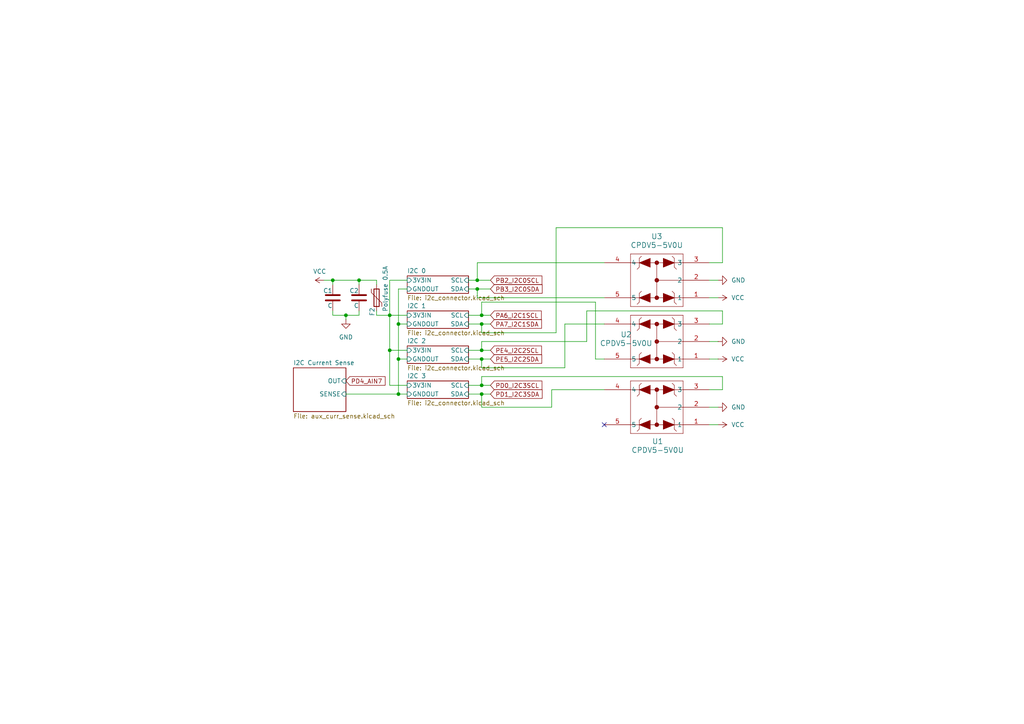
<source format=kicad_sch>
(kicad_sch (version 20250114) (generator "eeschema") (generator_version "9.0")
  (paper "A4")
  (lib_symbols
    (symbol "CPDV5:CPDV5-5V0U" (pin_names (offset 0.254))
      (property "Reference" "CR" (at 16.51 7.62 0))
      (property "Value" "CPDV5-5V0U" (at 20.32 5.08 0))
      (symbol "CPDV5-5V0U_0_1"
        (polyline (pts (xy 7.62 2.54) (xy 7.62 -12.7)) (stroke (width 0.127)))
        (polyline (pts (xy 7.62 0) (xy 22.86 0)) (stroke (width 0.127)))
        (polyline (pts (xy 7.62 -5.08) (xy 15.24 -5.08)) (stroke (width 0.127)))
        (polyline (pts (xy 7.62 -10.16) (xy 22.86 -10.16)) (stroke (width 0.127)))
        (polyline (pts (xy 7.62 -12.7) (xy 22.86 -12.7)) (stroke (width 0.127)))
        (polyline (pts (xy 10.16 1.27) (xy 9.525 1.905)) (stroke (width 0.127)))
        (polyline (pts (xy 10.16 1.27) (xy 10.16 -1.27)) (stroke (width 0.127)))
        (polyline (pts (xy 10.16 0) (xy 13.335 -1.27)) (stroke (width 0.127)))
        (polyline (pts (xy 10.16 0) (xy 13.335 1.27) (xy 13.335 -1.27)) (fill (type outline)))
        (polyline (pts (xy 10.16 -1.27) (xy 10.795 -1.905)) (stroke (width 0.127)))
        (polyline (pts (xy 10.16 -8.89) (xy 9.525 -8.255)) (stroke (width 0.127)))
        (polyline (pts (xy 10.16 -8.89) (xy 10.16 -11.43)) (stroke (width 0.127)))
        (polyline (pts (xy 10.16 -10.16) (xy 13.335 -11.43)) (stroke (width 0.127)))
        (polyline (pts (xy 10.16 -10.16) (xy 13.335 -8.89) (xy 13.335 -11.43)) (fill (type outline)))
        (polyline (pts (xy 10.16 -11.43) (xy 10.795 -12.065)) (stroke (width 0.127)))
        (polyline (pts (xy 13.335 1.27) (xy 10.16 0)) (stroke (width 0.127)))
        (polyline (pts (xy 13.335 1.27) (xy 13.335 -1.27)) (stroke (width 0.127)))
        (polyline (pts (xy 13.335 -8.89) (xy 10.16 -10.16)) (stroke (width 0.127)))
        (polyline (pts (xy 13.335 -8.89) (xy 13.335 -11.43)) (stroke (width 0.127)))
        (polyline (pts (xy 15.24 0) (xy 15.24 -10.16)) (stroke (width 0.127)))
        (circle (center 15.24 0) (radius 0.127) (stroke (width 0.508)))
        (circle (center 15.24 -5.08) (radius 0.127) (stroke (width 0.508)))
        (circle (center 15.24 -10.16) (radius 0.127) (stroke (width 0.508)))
        (polyline (pts (xy 17.145 1.27) (xy 17.145 -1.27)) (stroke (width 0.127)))
        (polyline (pts (xy 17.145 1.27) (xy 20.32 0)) (stroke (width 0.127)))
        (polyline (pts (xy 17.145 -8.89) (xy 17.145 -11.43)) (stroke (width 0.127)))
        (polyline (pts (xy 17.145 -8.89) (xy 20.32 -10.16)) (stroke (width 0.127)))
        (polyline (pts (xy 20.32 1.27) (xy 20.32 -1.27)) (stroke (width 0.127)))
        (polyline (pts (xy 20.32 1.27) (xy 20.955 1.905)) (stroke (width 0.127)))
        (polyline (pts (xy 20.32 0) (xy 17.145 -1.27)) (stroke (width 0.127)))
        (polyline (pts (xy 20.32 0) (xy 17.145 1.27) (xy 17.145 -1.27)) (fill (type outline)))
        (polyline (pts (xy 20.32 -1.27) (xy 19.685 -1.905)) (stroke (width 0.127)))
        (polyline (pts (xy 20.32 -8.89) (xy 20.32 -11.43)) (stroke (width 0.127)))
        (polyline (pts (xy 20.32 -8.89) (xy 20.955 -8.255)) (stroke (width 0.127)))
        (polyline (pts (xy 20.32 -10.16) (xy 17.145 -11.43)) (stroke (width 0.127)))
        (polyline (pts (xy 20.32 -10.16) (xy 17.145 -8.89) (xy 17.145 -11.43)) (fill (type outline)))
        (polyline (pts (xy 20.32 -11.43) (xy 19.685 -12.065)) (stroke (width 0.127)))
        (polyline (pts (xy 22.86 2.54) (xy 7.62 2.54)) (stroke (width 0.127)))
        (polyline (pts (xy 22.86 -12.7) (xy 22.86 2.54)) (stroke (width 0.127)))
        (pin unspecified line (at 0 0 0) (length 7.62) (name "1") (number "1"))
        (pin unspecified line (at 0 -5.08 0) (length 7.62) (name "2") (number "2"))
        (pin unspecified line (at 0 -10.16 0) (length 7.62) (name "3") (number "3"))
        (pin unspecified line (at 30.48 0 180) (length 7.62) (name "5") (number "5"))
        (pin unspecified line (at 30.48 -10.16 180) (length 7.62) (name "4") (number "4"))
      )
    )
    (symbol "Device:C" (pin_numbers (hide yes)) (pin_names (offset 0.254))
      (property "Reference" "C" (at 0.635 2.54 0))
      (property "Value" "C" (at 0.635 -2.54 0))
      (symbol "C_0_1"
        (polyline (pts (xy -2.032 0.762) (xy 2.032 0.762)) (stroke (width 0.508)))
        (polyline (pts (xy -2.032 -0.762) (xy 2.032 -0.762)) (stroke (width 0.508)))
      )
      (symbol "C_1_1"
        (pin passive line (at 0 3.81 270) (length 2.794) (name "~") (number "1"))
        (pin passive line (at 0 -3.81 90) (length 2.794) (name "~") (number "2"))
      )
    )
    (symbol "Device:Polyfuse" (pin_numbers (hide yes)) (pin_names (offset 0))
      (property "Reference" "F" (at -2.54 0 90))
      (property "Value" "Polyfuse" (at 2.54 0 90))
      (symbol "Polyfuse_0_1"
        (polyline (pts (xy -1.524 2.54) (xy -1.524 1.524) (xy 1.524 -1.524) (xy 1.524 -2.54)))
        (rectangle (start -0.762 2.54) (end 0.762 -2.54) (stroke (width 0.254)))
        (polyline (pts (xy 0 2.54) (xy 0 -2.54)))
      )
      (symbol "Polyfuse_1_1"
        (pin passive line (at 0 3.81 270) (length 1.27) (name "~") (number "1"))
        (pin passive line (at 0 -3.81 90) (length 1.27) (name "~") (number "2"))
      )
    )
    (symbol "power:GND" (power) (pin_numbers (hide yes)) (pin_names (offset 0) (hide yes))
      (property "Value" "GND" (at 0 -3.81 0))
      (symbol "GND_0_1"
        (polyline (pts (xy 0 0) (xy 0 -1.27) (xy 1.27 -1.27) (xy 0 -2.54) (xy -1.27 -1.27) (xy 0 -1.27)))
      )
      (symbol "GND_1_1"
        (pin power_in line (at 0 0 270) (length 0) (name "~") (number "1"))
      )
    )
    (symbol "power:VCC" (power) (pin_numbers (hide yes)) (pin_names (offset 0) (hide yes))
      (property "Value" "VCC" (at 0 3.556 0))
      (symbol "VCC_0_1"
        (polyline (pts (xy -0.762 1.27) (xy 0 2.54)))
        (polyline (pts (xy 0 2.54) (xy 0.762 1.27)))
        (polyline (pts (xy 0 0) (xy 0 2.54)))
      )
      (symbol "VCC_1_1"
        (pin power_in line (at 0 0 90) (length 0) (name "~") (number "1"))
      )
    )
  )
  (junction (at 113.03 101.6))
  (junction (at 139.7 93.98))
  (junction (at 138.43 81.28))
  (junction (at 138.43 83.82))
  (junction (at 115.57 104.14))
  (junction (at 139.7 91.44))
  (junction (at 100.33 91.44))
  (junction (at 115.57 114.3))
  (junction (at 139.7 114.3))
  (junction (at 115.57 93.98))
  (junction (at 104.14 81.28))
  (junction (at 139.7 101.6))
  (junction (at 96.52 81.28))
  (junction (at 113.03 91.44))
  (junction (at 139.7 104.14))
  (junction (at 139.7 111.76))
  (no_connect (at 175.26 123.19))
  (wire (pts (xy 115.57 93.98) (xy 118.11 93.98)))
  (wire (pts (xy 142.24 111.76) (xy 139.7 111.76)))
  (wire (pts (xy 109.22 91.44) (xy 113.03 91.44)))
  (wire (pts (xy 142.24 91.44) (xy 139.7 91.44)))
  (wire (pts (xy 205.74 104.14) (xy 208.28 104.14)))
  (wire (pts (xy 142.24 81.28) (xy 138.43 81.28)))
  (wire (pts (xy 209.55 90.17) (xy 170.18 90.17)))
  (wire (pts (xy 109.22 81.28) (xy 109.22 82.55)))
  (wire (pts (xy 113.03 91.44) (xy 118.11 91.44)))
  (wire (pts (xy 96.52 91.44) (xy 96.52 90.17)))
  (wire (pts (xy 139.7 118.11) (xy 139.7 114.3)))
  (wire (pts (xy 205.74 81.28) (xy 208.28 81.28)))
  (wire (pts (xy 160.02 118.11) (xy 139.7 118.11)))
  (wire (pts (xy 205.74 113.03) (xy 209.55 113.03)))
  (wire (pts (xy 115.57 104.14) (xy 118.11 104.14)))
  (wire (pts (xy 139.7 91.44) (xy 135.89 91.44)))
  (wire (pts (xy 209.55 93.98) (xy 209.55 90.17)))
  (wire (pts (xy 115.57 93.98) (xy 115.57 104.14)))
  (wire (pts (xy 161.29 96.52) (xy 139.7 96.52)))
  (wire (pts (xy 100.33 114.3) (xy 115.57 114.3)))
  (wire (pts (xy 96.52 91.44) (xy 100.33 91.44)))
  (wire (pts (xy 113.03 101.6) (xy 118.11 101.6)))
  (wire (pts (xy 205.74 118.11) (xy 208.28 118.11)))
  (wire (pts (xy 142.24 93.98) (xy 139.7 93.98)))
  (wire (pts (xy 209.55 66.04) (xy 161.29 66.04)))
  (wire (pts (xy 205.74 76.2) (xy 209.55 76.2)))
  (wire (pts (xy 113.03 81.28) (xy 113.03 91.44)))
  (wire (pts (xy 209.55 76.2) (xy 209.55 66.04)))
  (wire (pts (xy 163.83 106.68) (xy 139.7 106.68)))
  (wire (pts (xy 160.02 113.03) (xy 160.02 118.11)))
  (wire (pts (xy 138.43 83.82) (xy 138.43 86.36)))
  (wire (pts (xy 139.7 101.6) (xy 135.89 101.6)))
  (wire (pts (xy 139.7 96.52) (xy 139.7 93.98)))
  (wire (pts (xy 113.03 91.44) (xy 113.03 101.6)))
  (wire (pts (xy 139.7 99.06) (xy 139.7 101.6)))
  (wire (pts (xy 205.74 99.06) (xy 208.28 99.06)))
  (wire (pts (xy 142.24 104.14) (xy 139.7 104.14)))
  (wire (pts (xy 109.22 90.17) (xy 109.22 91.44)))
  (wire (pts (xy 163.83 93.98) (xy 163.83 106.68)))
  (wire (pts (xy 142.24 101.6) (xy 139.7 101.6)))
  (wire (pts (xy 139.7 106.68) (xy 139.7 104.14)))
  (wire (pts (xy 100.33 91.44) (xy 104.14 91.44)))
  (wire (pts (xy 115.57 114.3) (xy 118.11 114.3)))
  (wire (pts (xy 96.52 82.55) (xy 96.52 81.28)))
  (wire (pts (xy 172.72 104.14) (xy 172.72 87.63)))
  (wire (pts (xy 100.33 92.71) (xy 100.33 91.44)))
  (wire (pts (xy 139.7 93.98) (xy 135.89 93.98)))
  (wire (pts (xy 175.26 93.98) (xy 163.83 93.98)))
  (wire (pts (xy 142.24 114.3) (xy 139.7 114.3)))
  (wire (pts (xy 138.43 83.82) (xy 135.89 83.82)))
  (wire (pts (xy 113.03 101.6) (xy 113.03 111.76)))
  (wire (pts (xy 118.11 83.82) (xy 115.57 83.82)))
  (wire (pts (xy 138.43 81.28) (xy 135.89 81.28)))
  (wire (pts (xy 142.24 83.82) (xy 138.43 83.82)))
  (wire (pts (xy 172.72 87.63) (xy 139.7 87.63)))
  (wire (pts (xy 93.98 81.28) (xy 96.52 81.28)))
  (wire (pts (xy 113.03 111.76) (xy 118.11 111.76)))
  (wire (pts (xy 104.14 81.28) (xy 109.22 81.28)))
  (wire (pts (xy 161.29 66.04) (xy 161.29 96.52)))
  (wire (pts (xy 138.43 86.36) (xy 175.26 86.36)))
  (wire (pts (xy 205.74 123.19) (xy 208.28 123.19)))
  (wire (pts (xy 175.26 113.03) (xy 160.02 113.03)))
  (wire (pts (xy 205.74 93.98) (xy 209.55 93.98)))
  (wire (pts (xy 139.7 111.76) (xy 135.89 111.76)))
  (wire (pts (xy 138.43 76.2) (xy 175.26 76.2)))
  (wire (pts (xy 139.7 104.14) (xy 135.89 104.14)))
  (wire (pts (xy 139.7 87.63) (xy 139.7 91.44)))
  (wire (pts (xy 96.52 81.28) (xy 104.14 81.28)))
  (wire (pts (xy 115.57 104.14) (xy 115.57 114.3)))
  (wire (pts (xy 115.57 83.82) (xy 115.57 93.98)))
  (wire (pts (xy 170.18 90.17) (xy 170.18 99.06)))
  (wire (pts (xy 104.14 90.17) (xy 104.14 91.44)))
  (wire (pts (xy 139.7 114.3) (xy 135.89 114.3)))
  (wire (pts (xy 205.74 86.36) (xy 208.28 86.36)))
  (wire (pts (xy 138.43 81.28) (xy 138.43 76.2)))
  (wire (pts (xy 209.55 109.22) (xy 139.7 109.22)))
  (wire (pts (xy 118.11 81.28) (xy 113.03 81.28)))
  (wire (pts (xy 104.14 81.28) (xy 104.14 82.55)))
  (wire (pts (xy 209.55 113.03) (xy 209.55 109.22)))
  (wire (pts (xy 139.7 109.22) (xy 139.7 111.76)))
  (wire (pts (xy 170.18 99.06) (xy 139.7 99.06)))
  (wire (pts (xy 175.26 104.14) (xy 172.72 104.14)))
  (global_label "PA6_I2C1SCL" (shape input) (at 142.24 91.44 0) (property "Intersheetrefs" "${INTERSHEET_REFS}" (effects (hide yes))))
  (global_label "PB2_I2C0SCL" (shape input) (at 142.24 81.28 0) (property "Intersheetrefs" "${INTERSHEET_REFS}" (effects (hide yes))))
  (global_label "PA7_I2C1SDA" (shape input) (at 142.24 93.98 0) (property "Intersheetrefs" "${INTERSHEET_REFS}" (effects (hide yes))))
  (global_label "PE5_I2C2SDA" (shape input) (at 142.24 104.14 0) (property "Intersheetrefs" "${INTERSHEET_REFS}" (effects (hide yes))))
  (global_label "PD0_I2C3SCL" (shape input) (at 142.24 111.76 0) (property "Intersheetrefs" "${INTERSHEET_REFS}" (effects (hide yes))))
  (global_label "PE4_I2C2SCL" (shape input) (at 142.24 101.6 0) (property "Intersheetrefs" "${INTERSHEET_REFS}" (effects (hide yes))))
  (global_label "PD4_AIN7" (shape input) (at 100.33 110.49 0) (property "Intersheetrefs" "${INTERSHEET_REFS}" (effects (hide yes))))
  (global_label "PD1_I2C3SDA" (shape input) (at 142.24 114.3 0) (property "Intersheetrefs" "${INTERSHEET_REFS}" (effects (hide yes))))
  (global_label "PB3_I2C0SDA" (shape input) (at 142.24 83.82 0) (property "Intersheetrefs" "${INTERSHEET_REFS}" (effects (hide yes))))
  (symbol (lib_id "Device:C") (at 96.52 86.36 0) (unit 1)
    (property "Reference" "C1" (at 93.726 84.328 0) (effects (justify left)))
    (property "Value" "C" (at 94.996 88.646 0) (effects (justify left)))
    (property "Description" "Unpolarized capacitor" (effects (hide yes)))
  )
  (symbol (lib_id "power:VCC") (at 208.28 123.19 270) (unit 1)
    (property "Reference" "#PWR0156" (effects (hide yes)))
    (property "Value" "VCC" (at 212.09 123.1899 90) (effects (justify left)))
    (property "Description" "Power symbol creates a global label with name \"VCC\"" (effects (hide yes)))
  )
  (symbol (lib_id "power:GND") (at 208.28 81.28 90) (unit 1)
    (property "Reference" "#PWR0153" (effects (hide yes)))
    (property "Value" "GND" (at 212.09 81.2799 90) (effects (justify right)))
    (property "Description" "Power symbol creates a global label with name \"GND\" , ground" (effects (hide yes)))
  )
  (symbol (lib_id "CPDV5:CPDV5-5V0U") (at 205.74 86.36 180) (unit 1)
    (property "Reference" "U3" (at 190.5 68.58 0) (effects (font (size 1.524 1.524))))
    (property "Value" "CPDV5-5V0U" (at 190.5 71.12 0) (effects (font (size 1.524 1.524))))
    (property "Footprint" "SOT353_CPDV5_CIP" (effects (hide yes)))
    (property "Datasheet" "CPDV5-5V0U" (effects (hide yes)))
  )
  (symbol (lib_id "power:GND") (at 208.28 118.11 90) (unit 1)
    (property "Reference" "#PWR0151" (effects (hide yes)))
    (property "Value" "GND" (at 212.09 118.1099 90) (effects (justify right)))
    (property "Description" "Power symbol creates a global label with name \"GND\" , ground" (effects (hide yes)))
  )
  (symbol (lib_id "power:VCC") (at 93.98 81.28 90) (unit 1)
    (property "Reference" "#PWR0143" (effects (hide yes)))
    (property "Value" "VCC" (at 92.71 78.74 90))
    (property "Description" "Power symbol creates a global label with name \"VCC\"" (effects (hide yes)))
  )
  (symbol (lib_id "power:VCC") (at 208.28 86.36 270) (unit 1)
    (property "Reference" "#PWR0154" (effects (hide yes)))
    (property "Value" "VCC" (at 212.09 86.3599 90) (effects (justify left)))
    (property "Description" "Power symbol creates a global label with name \"VCC\"" (effects (hide yes)))
  )
  (symbol (lib_id "CPDV5:CPDV5-5V0U") (at 205.74 123.19 180) (unit 1)
    (property "Reference" "U1" (at 190.754 128.016 0) (effects (font (size 1.524 1.524))))
    (property "Value" "CPDV5-5V0U" (at 190.754 130.556 0) (effects (font (size 1.524 1.524))))
    (property "Footprint" "SOT353_CPDV5_CIP" (effects (hide yes)))
    (property "Datasheet" "CPDV5-5V0U" (effects (hide yes)))
  )
  (symbol (lib_id "power:GND") (at 208.28 99.06 90) (unit 1)
    (property "Reference" "#PWR0152" (effects (hide yes)))
    (property "Value" "GND" (at 212.09 99.0599 90) (effects (justify right)))
    (property "Description" "Power symbol creates a global label with name \"GND\" , ground" (effects (hide yes)))
  )
  (symbol (lib_id "power:VCC") (at 208.28 104.14 270) (unit 1)
    (property "Reference" "#PWR0155" (effects (hide yes)))
    (property "Value" "VCC" (at 212.09 104.1399 90) (effects (justify left)))
    (property "Description" "Power symbol creates a global label with name \"VCC\"" (effects (hide yes)))
  )
  (symbol (lib_id "Device:C") (at 104.14 86.36 0) (unit 1)
    (property "Reference" "C2" (at 101.346 84.328 0) (effects (justify left)))
    (property "Value" "C" (at 102.616 88.646 0) (effects (justify left)))
    (property "Description" "Unpolarized capacitor" (effects (hide yes)))
  )
  (symbol (lib_id "CPDV5:CPDV5-5V0U") (at 205.74 104.14 180) (unit 1)
    (property "Reference" "U2" (at 181.61 97.028 0) (effects (font (size 1.524 1.524))))
    (property "Value" "CPDV5-5V0U" (at 181.61 99.568 0) (effects (font (size 1.524 1.524))))
    (property "Footprint" "SOT353_CPDV5_CIP" (effects (hide yes)))
    (property "Datasheet" "CPDV5-5V0U" (effects (hide yes)))
  )
  (symbol (lib_id "Device:Polyfuse") (at 109.22 86.36 180) (unit 1)
    (property "Reference" "F2" (at 107.95 91.694 90) (effects (justify right)))
    (property "Value" "Polyfuse 0.5A" (at 111.76 90.424 90) (effects (justify right)))
    (property "Description" "Resettable fuse, polymeric positive temperature coefficient" (effects (hide yes)))
  )
  (symbol (lib_id "power:GND") (at 100.33 92.71 0) (unit 1)
    (property "Reference" "#PWR0144" (effects (hide yes)))
    (property "Value" "GND" (at 100.33 97.79 0))
    (property "Description" "Power symbol creates a global label with name \"GND\" , ground" (effects (hide yes)))
  )
  (sheet (at 118.11 110.49) (size 17.78 5.08) (stroke (width 0.1524))
    (property "Sheetname" "I2C 3" (at 118.11 109.7784 0) (effects (justify left bottom)))
    (property "Sheetfile" "i2c_connector.kicad_sch" (at 118.11 116.1546 0) (effects (justify left top)))
    (pin "3V3IN" input (at 118.11 111.76 180))
    (pin "GNDOUT" input (at 118.11 114.3 180))
    (pin "SCL" input (at 135.89 111.76 0))
    (pin "SDA" input (at 135.89 114.3 0))
  )
  (sheet (at 118.11 80.01) (size 17.78 5.08) (stroke (width 0.1524))
    (property "Sheetname" "I2C 0" (at 118.11 79.2984 0) (effects (justify left bottom)))
    (property "Sheetfile" "i2c_connector.kicad_sch" (at 118.11 85.6746 0) (effects (justify left top)))
    (pin "3V3IN" input (at 118.11 81.28 180))
    (pin "GNDOUT" input (at 118.11 83.82 180))
    (pin "SCL" input (at 135.89 81.28 0))
    (pin "SDA" input (at 135.89 83.82 0))
  )
  (sheet (at 118.11 100.33) (size 17.78 5.08) (stroke (width 0.1524))
    (property "Sheetname" "I2C 2" (at 118.11 99.6184 0) (effects (justify left bottom)))
    (property "Sheetfile" "i2c_connector.kicad_sch" (at 118.11 105.9946 0) (effects (justify left top)))
    (pin "3V3IN" input (at 118.11 101.6 180))
    (pin "GNDOUT" input (at 118.11 104.14 180))
    (pin "SCL" input (at 135.89 101.6 0))
    (pin "SDA" input (at 135.89 104.14 0))
  )
  (sheet (at 85.09 106.68) (size 15.24 12.7) (stroke (width 0.1524))
    (property "Sheetname" "I2C Current Sense" (at 85.09 105.9684 0) (effects (justify left bottom)))
    (property "Sheetfile" "aux_curr_sense.kicad_sch" (at 85.09 119.9646 0) (effects (justify left top)))
    (pin "SENSE" input (at 100.33 114.3 0))
    (pin "OUT" input (at 100.33 110.49 0))
  )
  (sheet (at 118.11 90.17) (size 17.78 5.08) (stroke (width 0.1524))
    (property "Sheetname" "I2C 1" (at 118.11 89.4584 0) (effects (justify left bottom)))
    (property "Sheetfile" "i2c_connector.kicad_sch" (at 118.11 95.8346 0) (effects (justify left top)))
    (pin "3V3IN" input (at 118.11 91.44 180))
    (pin "GNDOUT" input (at 118.11 93.98 180))
    (pin "SCL" input (at 135.89 91.44 0))
    (pin "SDA" input (at 135.89 93.98 0))
  )
)
</source>
